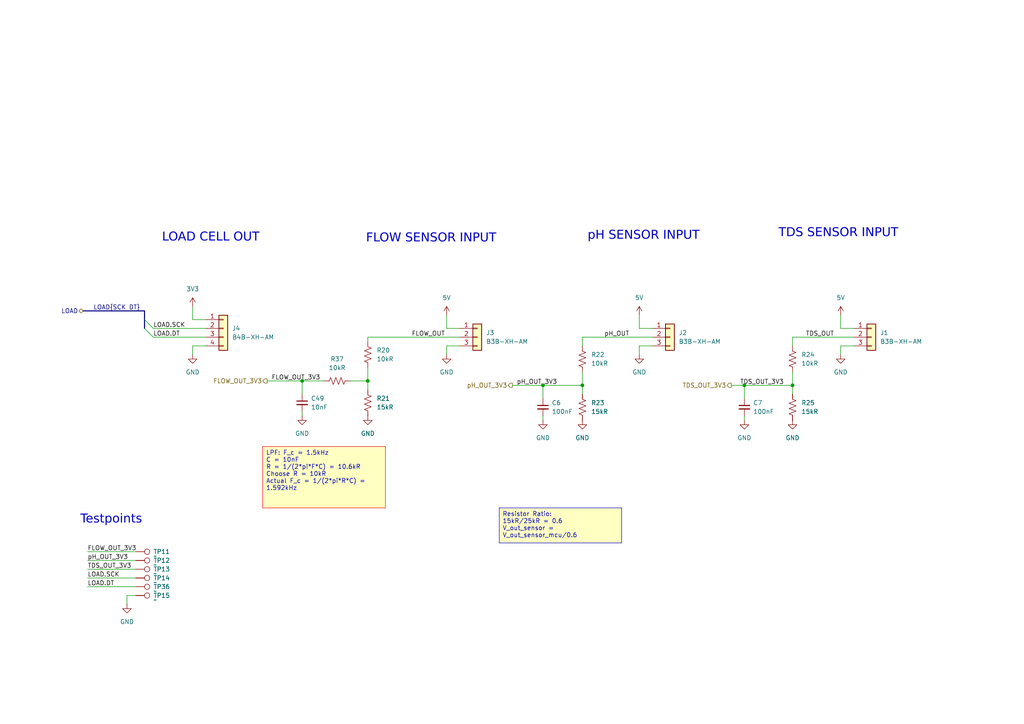
<source format=kicad_sch>
(kicad_sch (version 20231120) (generator "eeschema") (generator_version "8.0")
  (paper "A4")
  (title_block (title "${SHEETNAME}") (rev "1.0.0") (company "Demeter") (comment 1 "Akshat Doctor"))
  (lib_symbols
    (symbol "Connector:TestPoint" (pin_numbers hide) (pin_names (offset 0.762) hide)
      (property "Reference" "TP" (at 0 6.858 0))
      (property "Value" "TestPoint" (at 0 5.08 0))
      (symbol "TestPoint_0_1"
        (circle (center 0 3.302) (radius 0.762))
      )
      (symbol "TestPoint_1_1"
        (pin passive line (at 0 0 90) (length 2.54) (name "1") (number "1"))
      )
    )
    (symbol "Connector_Generic:Conn_01x03" (pin_names (offset 1.016) hide)
      (property "Reference" "J" (at 0 5.08 0))
      (property "Value" "Conn_01x03" (at 0 -5.08 0))
      (symbol "Conn_01x03_1_1"
        (rectangle (start -1.27 -2.413) (end 0 -2.667) (stroke (width 0.1524)))
        (rectangle (start -1.27 0.127) (end 0 -0.127) (stroke (width 0.1524)))
        (rectangle (start -1.27 2.667) (end 0 2.413) (stroke (width 0.1524)))
        (rectangle (start -1.27 3.81) (end 1.27 -3.81) (stroke (width 0.254)) (fill (type background)))
        (pin passive line (at -5.08 2.54 0) (length 3.81) (name "Pin_1") (number "1"))
        (pin passive line (at -5.08 0 0) (length 3.81) (name "Pin_2") (number "2"))
        (pin passive line (at -5.08 -2.54 0) (length 3.81) (name "Pin_3") (number "3"))
      )
    )
    (symbol "Connector_Generic:Conn_01x04" (pin_names (offset 1.016) hide)
      (property "Reference" "J" (at 0 5.08 0))
      (property "Value" "Conn_01x04" (at 0 -7.62 0))
      (symbol "Conn_01x04_1_1"
        (rectangle (start -1.27 -4.953) (end 0 -5.207) (stroke (width 0.1524)))
        (rectangle (start -1.27 -2.413) (end 0 -2.667) (stroke (width 0.1524)))
        (rectangle (start -1.27 0.127) (end 0 -0.127) (stroke (width 0.1524)))
        (rectangle (start -1.27 2.667) (end 0 2.413) (stroke (width 0.1524)))
        (rectangle (start -1.27 3.81) (end 1.27 -6.35) (stroke (width 0.254)) (fill (type background)))
        (pin passive line (at -5.08 2.54 0) (length 3.81) (name "Pin_1") (number "1"))
        (pin passive line (at -5.08 0 0) (length 3.81) (name "Pin_2") (number "2"))
        (pin passive line (at -5.08 -2.54 0) (length 3.81) (name "Pin_3") (number "3"))
        (pin passive line (at -5.08 -5.08 0) (length 3.81) (name "Pin_4") (number "4"))
      )
    )
    (symbol "Device:C_Small" (pin_numbers hide) (pin_names (offset 0.254) hide)
      (property "Reference" "C" (at 0.254 1.778 0))
      (property "Value" "C_Small" (at 0.254 -2.032 0))
      (symbol "C_Small_0_1"
        (polyline (pts (xy -1.524 -0.508) (xy 1.524 -0.508)) (stroke (width 0.3302)))
        (polyline (pts (xy -1.524 0.508) (xy 1.524 0.508)) (stroke (width 0.3048)))
      )
      (symbol "C_Small_1_1"
        (pin passive line (at 0 2.54 270) (length 2.032) (name "~") (number "1"))
        (pin passive line (at 0 -2.54 90) (length 2.032) (name "~") (number "2"))
      )
    )
    (symbol "Device:R_US" (pin_numbers hide) (pin_names (offset 0))
      (property "Reference" "R" (at 2.54 0 90))
      (property "Value" "R_US" (at -2.54 0 90))
      (symbol "R_US_0_1"
        (polyline (pts (xy 0 -2.286) (xy 0 -2.54)))
        (polyline (pts (xy 0 2.286) (xy 0 2.54)))
        (polyline (pts (xy 0 -0.762) (xy 1.016 -1.143) (xy 0 -1.524) (xy -1.016 -1.905) (xy 0 -2.286)))
        (polyline (pts (xy 0 0.762) (xy 1.016 0.381) (xy 0 0) (xy -1.016 -0.381) (xy 0 -0.762)))
        (polyline (pts (xy 0 2.286) (xy 1.016 1.905) (xy 0 1.524) (xy -1.016 1.143) (xy 0 0.762)))
      )
      (symbol "R_US_1_1"
        (pin passive line (at 0 3.81 270) (length 1.27) (name "~") (number "1"))
        (pin passive line (at 0 -3.81 90) (length 1.27) (name "~") (number "2"))
      )
    )
    (symbol "power:GND" (power) (pin_numbers hide) (pin_names (offset 0) hide)
      (property "Value" "GND" (at 0 -3.81 0))
      (symbol "GND_0_1"
        (polyline (pts (xy 0 0) (xy 0 -1.27) (xy 1.27 -1.27) (xy 0 -2.54) (xy -1.27 -1.27) (xy 0 -1.27)))
      )
      (symbol "GND_1_1"
        (pin power_in line (at 0 0 270) (length 0) (name "~") (number "1"))
      )
    )
    (symbol "power:VBUS" (power) (pin_numbers hide) (pin_names (offset 0) hide)
      (property "Value" "VBUS" (at 0 3.556 0))
      (symbol "VBUS_0_1"
        (polyline (pts (xy -0.762 1.27) (xy 0 2.54)))
        (polyline (pts (xy 0 0) (xy 0 2.54)))
        (polyline (pts (xy 0 2.54) (xy 0.762 1.27)))
      )
      (symbol "VBUS_1_1"
        (pin power_in line (at 0 0 90) (length 0) (name "~") (number "1"))
      )
    )
  )
  (junction (at 157.48 111.76))
  (junction (at 87.63 110.49))
  (junction (at 106.68 110.49))
  (junction (at 215.9 111.76))
  (junction (at 229.87 111.76))
  (junction (at 168.91 111.76))
  (bus_entry (at 41.91 95.25) (size 2.54 2.54))
  (bus_entry (at 41.91 92.71) (size 2.54 2.54))
  (wire (pts (xy 185.42 91.44) (xy 185.42 95.25)))
  (wire (pts (xy 55.88 92.71) (xy 59.69 92.71)))
  (wire (pts (xy 129.54 100.33) (xy 129.54 102.87)))
  (wire (pts (xy 44.45 95.25) (xy 59.69 95.25)))
  (wire (pts (xy 168.91 111.76) (xy 168.91 114.3)))
  (wire (pts (xy 129.54 91.44) (xy 129.54 95.25)))
  (wire (pts (xy 39.37 172.72) (xy 36.83 172.72)))
  (wire (pts (xy 189.23 100.33) (xy 185.42 100.33)))
  (wire (pts (xy 59.69 100.33) (xy 55.88 100.33)))
  (wire (pts (xy 87.63 119.38) (xy 87.63 120.65)))
  (wire (pts (xy 243.84 95.25) (xy 247.65 95.25)))
  (wire (pts (xy 25.4 167.64) (xy 39.37 167.64)))
  (wire (pts (xy 157.48 111.76) (xy 168.91 111.76)))
  (wire (pts (xy 133.35 100.33) (xy 129.54 100.33)))
  (wire (pts (xy 55.88 100.33) (xy 55.88 102.87)))
  (wire (pts (xy 215.9 111.76) (xy 215.9 115.57)))
  (wire (pts (xy 44.45 97.79) (xy 59.69 97.79)))
  (wire (pts (xy 25.4 162.56) (xy 39.37 162.56)))
  (wire (pts (xy 157.48 120.65) (xy 157.48 121.92)))
  (wire (pts (xy 168.91 107.95) (xy 168.91 111.76)))
  (wire (pts (xy 247.65 100.33) (xy 243.84 100.33)))
  (wire (pts (xy 243.84 100.33) (xy 243.84 102.87)))
  (wire (pts (xy 129.54 95.25) (xy 133.35 95.25)))
  (wire (pts (xy 25.4 170.18) (xy 39.37 170.18)))
  (wire (pts (xy 215.9 120.65) (xy 215.9 121.92)))
  (wire (pts (xy 87.63 110.49) (xy 93.98 110.49)))
  (wire (pts (xy 77.47 110.49) (xy 87.63 110.49)))
  (bus (pts (xy 24.13 90.17) (xy 41.91 90.17)))
  (wire (pts (xy 229.87 97.79) (xy 247.65 97.79)))
  (wire (pts (xy 168.91 100.33) (xy 168.91 97.79)))
  (bus (pts (xy 41.91 90.17) (xy 41.91 92.71)))
  (wire (pts (xy 229.87 100.33) (xy 229.87 97.79)))
  (wire (pts (xy 185.42 95.25) (xy 189.23 95.25)))
  (wire (pts (xy 168.91 97.79) (xy 189.23 97.79)))
  (wire (pts (xy 87.63 110.49) (xy 87.63 114.3)))
  (wire (pts (xy 212.09 111.76) (xy 215.9 111.76)))
  (wire (pts (xy 229.87 107.95) (xy 229.87 111.76)))
  (wire (pts (xy 55.88 88.9) (xy 55.88 92.71)))
  (wire (pts (xy 36.83 172.72) (xy 36.83 175.26)))
  (wire (pts (xy 106.68 106.68) (xy 106.68 110.49)))
  (wire (pts (xy 106.68 110.49) (xy 106.68 113.03)))
  (wire (pts (xy 101.6 110.49) (xy 106.68 110.49)))
  (wire (pts (xy 229.87 111.76) (xy 229.87 114.3)))
  (wire (pts (xy 148.59 111.76) (xy 157.48 111.76)))
  (wire (pts (xy 106.68 97.79) (xy 133.35 97.79)))
  (wire (pts (xy 243.84 91.44) (xy 243.84 95.25)))
  (wire (pts (xy 157.48 111.76) (xy 157.48 115.57)))
  (wire (pts (xy 25.4 165.1) (xy 39.37 165.1)))
  (wire (pts (xy 25.4 160.02) (xy 39.37 160.02)))
  (wire (pts (xy 106.68 97.79) (xy 106.68 99.06)))
  (wire (pts (xy 215.9 111.76) (xy 229.87 111.76)))
  (bus (pts (xy 41.91 92.71) (xy 41.91 95.25)))
  (wire (pts (xy 185.42 100.33) (xy 185.42 102.87)))
  (text_box "LPF: F_c = 1.5kHz\nC = 10nF\nR = 1/(2*pi*F*C) = 10.6kR\nChoose R = 10kR\nActual F_c = 1/(2*pi*R*C) = 1.592kHz" (at 76.2 129.54 0) (size 35.56 17.78) (stroke (width 0) (color 255 0 0 1)) (fill (type color) (color 255 255 194 1)) (effects (font (size 1.27 1.27)) (justify left top)))
  (text_box "Resistor Ratio:\n15kR/25kR = 0.6\nV_out_sensor = V_out_sensor_mcu/0.6" (at 144.78 147.32 0) (size 35.56 10.16) (fill (type color) (color 255 255 194 1)) (effects (font (size 1.27 1.27)) (justify left top)))
  (text "Testpoints" (at 32.258 151.384 0) (effects (font (size 2.54 2.54))))
  (text "pH SENSOR INPUT\n" (at 170.434 69.088 0) (effects (font (size 2.54 2.54)) (justify left)))
  (text "FLOW SENSOR INPUT\n" (at 106.172 69.85 0) (effects (font (size 2.54 2.54)) (justify left)))
  (text "LOAD CELL OUT\n" (at 46.99 69.596 0) (effects (font (size 2.54 2.54)) (justify left)))
  (text "TDS SENSOR INPUT" (at 225.806 68.326 0) (effects (font (size 2.54 2.54)) (justify left)))
  (label "TDS_OUT_3V3" (at 214.63 111.76 0))
  (label "LOAD.DT" (at 25.4 170.18 0))
  (label "pH_OUT_3V3" (at 149.86 111.76 0))
  (label "LOAD.SCK" (at 44.45 95.25 0))
  (label "LOAD.DT" (at 44.45 97.79 0))
  (label "pH_OUT_3V3" (at 25.4 162.56 0))
  (label "TDS_OUT" (at 233.68 97.79 0))
  (label "LOAD{SCK DT}" (at 40.64 90.17 180))
  (label "pH_OUT" (at 175.26 97.79 0))
  (label "FLOW_OUT" (at 119.38 97.79 0))
  (label "FLOW_OUT_3V3" (at 25.4 160.02 0))
  (label "FLOW_OUT_3V3" (at 78.74 110.49 0))
  (label "LOAD.SCK" (at 25.4 167.64 0))
  (label "TDS_OUT_3V3" (at 25.4 165.1 0))
  (hierarchical_label "FLOW_OUT_3V3" (shape output) (at 77.47 110.49 180))
  (hierarchical_label "LOAD" (shape bidirectional) (at 24.13 90.17 180))
  (hierarchical_label "TDS_OUT_3V3" (shape output) (at 212.09 111.76 180))
  (hierarchical_label "pH_OUT_3V3" (shape output) (at 148.59 111.76 180))
  (symbol (lib_id "Connector:TestPoint") (at 39.37 162.56 270) (unit 1)
    (property "Reference" "TP12" (at 44.45 162.56 90) (effects (justify left)))
    (property "Value" "~" (at 44.45 163.83 90) (effects (justify left)))
    (property "Footprint" "TestPoint:TestPoint_Pad_D1.0mm" (effects (hide yes)))
    (property "Description" "test point" (effects (hide yes)))
  )
  (symbol (lib_id "Device:C_Small") (at 157.48 118.11 0) (unit 1)
    (property "Reference" "C6" (at 160.02 116.8462 0) (effects (justify left)))
    (property "Value" "100nF" (at 160.02 119.3862 0) (effects (justify left)))
    (property "Footprint" "Capacitor_SMD:C_0603_1608Metric" (effects (hide yes)))
    (property "Description" "Unpolarized capacitor, small symbol" (effects (hide yes)))
    (property "Part Number" "CL31B104KCFNNNE" (effects (hide yes)))
  )
  (symbol (lib_id "Connector:TestPoint") (at 39.37 167.64 270) (unit 1)
    (property "Reference" "TP14" (at 44.45 167.64 90) (effects (justify left)))
    (property "Value" "~" (at 44.45 168.91 90) (effects (justify left)))
    (property "Footprint" "TestPoint:TestPoint_Pad_D1.0mm" (effects (hide yes)))
    (property "Description" "test point" (effects (hide yes)))
  )
  (symbol (lib_id "power:GND") (at 129.54 102.87 0) (unit 1)
    (property "Reference" "#PWR030" (effects (hide yes)))
    (property "Value" "GND" (at 129.54 107.95 0))
    (property "Description" "Power symbol creates a global label with name \"GND\" , ground" (effects (hide yes)))
  )
  (symbol (lib_id "power:GND") (at 215.9 121.92 0) (unit 1)
    (property "Reference" "#PWR038" (effects (hide yes)))
    (property "Value" "GND" (at 215.9 127 0))
    (property "Description" "Power symbol creates a global label with name \"GND\" , ground" (effects (hide yes)))
  )
  (symbol (lib_id "Connector:TestPoint") (at 39.37 160.02 270) (unit 1)
    (property "Reference" "TP11" (at 44.45 160.02 90) (effects (justify left)))
    (property "Value" "~" (at 44.45 161.29 90) (effects (justify left)))
    (property "Footprint" "TestPoint:TestPoint_Pad_D1.0mm" (effects (hide yes)))
    (property "Description" "test point" (effects (hide yes)))
  )
  (symbol (lib_id "Connector_Generic:Conn_01x03") (at 138.43 97.79 0) (unit 1)
    (property "Reference" "J3" (at 140.97 96.5199 0) (effects (justify left)))
    (property "Value" "B3B-XH-AM" (at 140.97 99.0599 0) (effects (justify left)))
    (property "Footprint" "Connector_JST:JST_XH_B3B-XH-AM_1x03_P2.50mm_Vertical" (effects (hide yes)))
    (property "Description" "Generic connector, single row, 01x03, script generated (kicad-library-utils/schlib/autogen/connector/)" (effects (hide yes)))
    (property "Part Number" "B3B-XH-AM" (effects (hide yes)))
  )
  (symbol (lib_id "power:VBUS") (at 185.42 91.44 0) (mirror y) (unit 1)
    (property "Reference" "#PWR027" (effects (hide yes)))
    (property "Value" "5V" (at 185.42 86.36 0))
    (property "Description" "Power symbol creates a global label with name \"VBUS\"" (effects (hide yes)))
  )
  (symbol (lib_id "power:GND") (at 168.91 121.92 0) (unit 1)
    (property "Reference" "#PWR034" (effects (hide yes)))
    (property "Value" "GND" (at 168.91 127 0))
    (property "Description" "Power symbol creates a global label with name \"GND\" , ground" (effects (hide yes)))
  )
  (symbol (lib_id "Connector_Generic:Conn_01x03") (at 252.73 97.79 0) (unit 1)
    (property "Reference" "J1" (at 255.27 96.5199 0) (effects (justify left)))
    (property "Value" "B3B-XH-AM" (at 255.27 99.0599 0) (effects (justify left)))
    (property "Footprint" "Connector_JST:JST_XH_B3B-XH-AM_1x03_P2.50mm_Vertical" (effects (hide yes)))
    (property "Description" "Generic connector, single row, 01x03, script generated (kicad-library-utils/schlib/autogen/connector/)" (effects (hide yes)))
    (property "Part Number" "B3B-XH-AM" (effects (hide yes)))
  )
  (symbol (lib_id "power:GND") (at 185.42 102.87 0) (unit 1)
    (property "Reference" "#PWR028" (effects (hide yes)))
    (property "Value" "GND" (at 185.42 107.95 0))
    (property "Description" "Power symbol creates a global label with name \"GND\" , ground" (effects (hide yes)))
  )
  (symbol (lib_id "power:VBUS") (at 129.54 91.44 0) (mirror y) (unit 1)
    (property "Reference" "#PWR029" (effects (hide yes)))
    (property "Value" "5V" (at 129.54 86.36 0))
    (property "Description" "Power symbol creates a global label with name \"VBUS\"" (effects (hide yes)))
  )
  (symbol (lib_id "power:GND") (at 157.48 121.92 0) (unit 1)
    (property "Reference" "#PWR037" (effects (hide yes)))
    (property "Value" "GND" (at 157.48 127 0))
    (property "Description" "Power symbol creates a global label with name \"GND\" , ground" (effects (hide yes)))
  )
  (symbol (lib_id "power:VBUS") (at 243.84 91.44 0) (mirror y) (unit 1)
    (property "Reference" "#PWR025" (effects (hide yes)))
    (property "Value" "5V" (at 243.84 86.36 0))
    (property "Description" "Power symbol creates a global label with name \"VBUS\"" (effects (hide yes)))
  )
  (symbol (lib_id "Device:R_US") (at 229.87 104.14 0) (unit 1)
    (property "Reference" "R24" (at 232.41 102.8699 0) (effects (justify left)))
    (property "Value" "10kR" (at 232.41 105.4099 0) (effects (justify left)))
    (property "Footprint" "Resistor_SMD:R_0603_1608Metric" (effects (hide yes)))
    (property "Description" "Resistor, US symbol" (effects (hide yes)))
    (property "Part Number" "RC0603FR-0710KL" (effects (hide yes)))
  )
  (symbol (lib_id "Device:C_Small") (at 215.9 118.11 0) (unit 1)
    (property "Reference" "C7" (at 218.44 116.8462 0) (effects (justify left)))
    (property "Value" "100nF" (at 218.44 119.3862 0) (effects (justify left)))
    (property "Footprint" "Capacitor_SMD:C_0603_1608Metric" (effects (hide yes)))
    (property "Description" "Unpolarized capacitor, small symbol" (effects (hide yes)))
    (property "Part Number" "CL31B104KCFNNNE" (effects (hide yes)))
  )
  (symbol (lib_id "Device:R_US") (at 106.68 116.84 0) (unit 1)
    (property "Reference" "R21" (at 109.22 115.5699 0) (effects (justify left)))
    (property "Value" "15kR" (at 109.22 118.1099 0) (effects (justify left)))
    (property "Footprint" "Resistor_SMD:R_0603_1608Metric" (effects (hide yes)))
    (property "Description" "Resistor, US symbol" (effects (hide yes)))
    (property "Part Number" "RC0603FR-0715KL" (effects (hide yes)))
  )
  (symbol (lib_id "power:GND") (at 55.88 102.87 0) (unit 1)
    (property "Reference" "#PWR032" (effects (hide yes)))
    (property "Value" "GND" (at 55.88 107.95 0))
    (property "Description" "Power symbol creates a global label with name \"GND\" , ground" (effects (hide yes)))
  )
  (symbol (lib_id "Connector:TestPoint") (at 39.37 172.72 270) (unit 1)
    (property "Reference" "TP15" (at 44.45 172.72 90) (effects (justify left)))
    (property "Value" "~" (at 44.45 173.99 90) (effects (justify left)))
    (property "Footprint" "TestPoint:TestPoint_Pad_D1.0mm" (effects (hide yes)))
    (property "Description" "test point" (effects (hide yes)))
  )
  (symbol (lib_id "power:GND") (at 36.83 175.26 0) (mirror y) (unit 1)
    (property "Reference" "#PWR0181" (effects (hide yes)))
    (property "Value" "GND" (at 36.83 180.34 0))
    (property "Description" "Power symbol creates a global label with name \"GND\" , ground" (effects (hide yes)))
  )
  (symbol (lib_id "Device:R_US") (at 229.87 118.11 0) (unit 1)
    (property "Reference" "R25" (at 232.41 116.8399 0) (effects (justify left)))
    (property "Value" "15kR" (at 232.41 119.3799 0) (effects (justify left)))
    (property "Footprint" "Resistor_SMD:R_0603_1608Metric" (effects (hide yes)))
    (property "Description" "Resistor, US symbol" (effects (hide yes)))
    (property "Part Number" "RC0603FR-0715KL" (effects (hide yes)))
  )
  (symbol (lib_id "power:VBUS") (at 55.88 88.9 0) (mirror y) (unit 1)
    (property "Reference" "#PWR031" (effects (hide yes)))
    (property "Value" "3V3" (at 55.88 83.82 0))
    (property "Description" "Power symbol creates a global label with name \"VBUS\"" (effects (hide yes)))
  )
  (symbol (lib_id "power:GND") (at 106.68 120.65 0) (unit 1)
    (property "Reference" "#PWR033" (effects (hide yes)))
    (property "Value" "GND" (at 106.68 125.73 0))
    (property "Description" "Power symbol creates a global label with name \"GND\" , ground" (effects (hide yes)))
  )
  (symbol (lib_id "power:GND") (at 243.84 102.87 0) (unit 1)
    (property "Reference" "#PWR026" (effects (hide yes)))
    (property "Value" "GND" (at 243.84 107.95 0))
    (property "Description" "Power symbol creates a global label with name \"GND\" , ground" (effects (hide yes)))
  )
  (symbol (lib_id "Connector:TestPoint") (at 39.37 170.18 270) (unit 1)
    (property "Reference" "TP36" (at 44.45 170.18 90) (effects (justify left)))
    (property "Value" "~" (at 44.45 171.45 90) (effects (justify left)))
    (property "Footprint" "TestPoint:TestPoint_Pad_D1.0mm" (effects (hide yes)))
    (property "Description" "test point" (effects (hide yes)))
  )
  (symbol (lib_id "Connector_Generic:Conn_01x03") (at 194.31 97.79 0) (unit 1)
    (property "Reference" "J2" (at 196.85 96.5199 0) (effects (justify left)))
    (property "Value" "B3B-XH-AM" (at 196.85 99.0599 0) (effects (justify left)))
    (property "Footprint" "Connector_JST:JST_XH_B3B-XH-AM_1x03_P2.50mm_Vertical" (effects (hide yes)))
    (property "Description" "Generic connector, single row, 01x03, script generated (kicad-library-utils/schlib/autogen/connector/)" (effects (hide yes)))
    (property "Part Number" "B3B-XH-AM" (effects (hide yes)))
  )
  (symbol (lib_id "power:GND") (at 229.87 121.92 0) (unit 1)
    (property "Reference" "#PWR035" (effects (hide yes)))
    (property "Value" "GND" (at 229.87 127 0))
    (property "Description" "Power symbol creates a global label with name \"GND\" , ground" (effects (hide yes)))
  )
  (symbol (lib_id "Device:C_Small") (at 87.63 116.84 0) (unit 1)
    (property "Reference" "C49" (at 90.17 115.5762 0) (effects (justify left)))
    (property "Value" "10nF" (at 90.17 118.1162 0) (effects (justify left)))
    (property "Footprint" "Capacitor_SMD:C_0402_1005Metric" (effects (hide yes)))
    (property "Description" "Unpolarized capacitor, small symbol" (effects (hide yes)))
    (property "Part Number" "CL05B103KO5NNNC" (effects (hide yes)))
  )
  (symbol (lib_id "Device:R_US") (at 168.91 104.14 0) (unit 1)
    (property "Reference" "R22" (at 171.45 102.8699 0) (effects (justify left)))
    (property "Value" "10kR" (at 171.45 105.4099 0) (effects (justify left)))
    (property "Footprint" "Resistor_SMD:R_0603_1608Metric" (effects (hide yes)))
    (property "Description" "Resistor, US symbol" (effects (hide yes)))
    (property "Part Number" "RC0603FR-0710KL" (effects (hide yes)))
  )
  (symbol (lib_id "Device:R_US") (at 97.79 110.49 90) (unit 1)
    (property "Reference" "R37" (at 97.79 104.14 90))
    (property "Value" "10kR" (at 97.79 106.68 90))
    (property "Footprint" "Resistor_SMD:R_0603_1608Metric" (effects (hide yes)))
    (property "Description" "Resistor, US symbol" (effects (hide yes)))
    (property "Part Number" "RC0603FR-0710KL" (effects (hide yes)))
  )
  (symbol (lib_id "Device:R_US") (at 168.91 118.11 0) (unit 1)
    (property "Reference" "R23" (at 171.45 116.8399 0) (effects (justify left)))
    (property "Value" "15kR" (at 171.45 119.3799 0) (effects (justify left)))
    (property "Footprint" "Resistor_SMD:R_0603_1608Metric" (effects (hide yes)))
    (property "Description" "Resistor, US symbol" (effects (hide yes)))
    (property "Part Number" "RC0603FR-0715KL" (effects (hide yes)))
  )
  (symbol (lib_id "Connector_Generic:Conn_01x04") (at 64.77 95.25 0) (unit 1)
    (property "Reference" "J4" (at 67.31 95.2499 0) (effects (justify left)))
    (property "Value" "B4B-XH-AM" (at 67.31 97.7899 0) (effects (justify left)))
    (property "Footprint" "Connector_JST:JST_XH_B4B-XH-AM_1x04_P2.50mm_Vertical" (effects (hide yes)))
    (property "Description" "Generic connector, single row, 01x04, script generated (kicad-library-utils/schlib/autogen/connector/)" (effects (hide yes)))
    (property "Part Number" "B4B-XH-AM" (effects (hide yes)))
  )
  (symbol (lib_id "Connector:TestPoint") (at 39.37 165.1 270) (unit 1)
    (property "Reference" "TP13" (at 44.45 165.1 90) (effects (justify left)))
    (property "Value" "~" (at 44.45 166.37 90) (effects (justify left)))
    (property "Footprint" "TestPoint:TestPoint_Pad_D1.0mm" (effects (hide yes)))
    (property "Description" "test point" (effects (hide yes)))
  )
  (symbol (lib_id "Device:R_US") (at 106.68 102.87 0) (unit 1)
    (property "Reference" "R20" (at 109.22 101.5999 0) (effects (justify left)))
    (property "Value" "10kR" (at 109.22 104.1399 0) (effects (justify left)))
    (property "Footprint" "Resistor_SMD:R_0603_1608Metric" (effects (hide yes)))
    (property "Description" "Resistor, US symbol" (effects (hide yes)))
    (property "Part Number" "RC0603FR-0710KL" (effects (hide yes)))
  )
  (symbol (lib_id "power:GND") (at 87.63 120.65 0) (unit 1)
    (property "Reference" "#PWR0162" (effects (hide yes)))
    (property "Value" "GND" (at 87.63 125.73 0))
    (property "Description" "Power symbol creates a global label with name \"GND\" , ground" (effects (hide yes)))
  )
)
</source>
